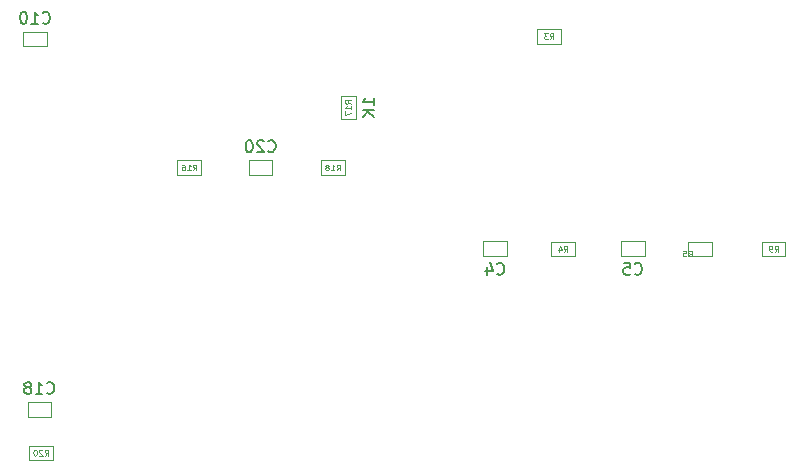
<source format=gbr>
G04 #@! TF.GenerationSoftware,KiCad,Pcbnew,(5.1.4)-1*
G04 #@! TF.CreationDate,2019-11-08T19:54:45+05:00*
G04 #@! TF.ProjectId,powerSupplyArduino,706f7765-7253-4757-9070-6c7941726475,rev?*
G04 #@! TF.SameCoordinates,Original*
G04 #@! TF.FileFunction,Other,Fab,Bot*
%FSLAX46Y46*%
G04 Gerber Fmt 4.6, Leading zero omitted, Abs format (unit mm)*
G04 Created by KiCad (PCBNEW (5.1.4)-1) date 2019-11-08 19:54:45*
%MOMM*%
%LPD*%
G04 APERTURE LIST*
%ADD10C,0.100000*%
%ADD11C,0.150000*%
%ADD12C,0.075000*%
G04 APERTURE END LIST*
D10*
X134690000Y-70194000D02*
X134690000Y-71434000D01*
X136690000Y-70194000D02*
X134690000Y-70194000D01*
X136690000Y-71434000D02*
X136690000Y-70194000D01*
X134690000Y-71434000D02*
X136690000Y-71434000D01*
X96230000Y-87480000D02*
X96230000Y-88720000D01*
X98230000Y-87480000D02*
X96230000Y-87480000D01*
X98230000Y-88720000D02*
X98230000Y-87480000D01*
X96230000Y-88720000D02*
X98230000Y-88720000D01*
X120940000Y-63344000D02*
X120940000Y-64584000D01*
X122940000Y-63344000D02*
X120940000Y-63344000D01*
X122940000Y-64584000D02*
X122940000Y-63344000D01*
X120940000Y-64584000D02*
X122940000Y-64584000D01*
X123890000Y-57860000D02*
X122650000Y-57860000D01*
X123890000Y-59860000D02*
X123890000Y-57860000D01*
X122650000Y-59860000D02*
X123890000Y-59860000D01*
X122650000Y-57860000D02*
X122650000Y-59860000D01*
X110786000Y-64584000D02*
X110786000Y-63344000D01*
X108786000Y-64584000D02*
X110786000Y-64584000D01*
X108786000Y-63344000D02*
X108786000Y-64584000D01*
X110786000Y-63344000D02*
X108786000Y-63344000D01*
X160270000Y-70224000D02*
X158270000Y-70224000D01*
X158270000Y-70224000D02*
X158270000Y-71464000D01*
X158270000Y-71464000D02*
X160270000Y-71464000D01*
X160270000Y-71464000D02*
X160270000Y-70224000D01*
X154020000Y-71464000D02*
X154020000Y-70224000D01*
X152020000Y-71464000D02*
X154020000Y-71464000D01*
X152020000Y-70224000D02*
X152020000Y-71464000D01*
X154020000Y-70224000D02*
X152020000Y-70224000D01*
X140430000Y-71464000D02*
X142430000Y-71464000D01*
X142430000Y-71464000D02*
X142430000Y-70224000D01*
X142430000Y-70224000D02*
X140430000Y-70224000D01*
X140430000Y-70224000D02*
X140430000Y-71464000D01*
X139240000Y-52230000D02*
X139240000Y-53470000D01*
X141240000Y-52230000D02*
X139240000Y-52230000D01*
X141240000Y-53470000D02*
X141240000Y-52230000D01*
X139240000Y-53470000D02*
X141240000Y-53470000D01*
X116840000Y-64554000D02*
X116840000Y-63314000D01*
X114840000Y-64554000D02*
X116840000Y-64554000D01*
X114840000Y-63314000D02*
X114840000Y-64554000D01*
X116840000Y-63314000D02*
X114840000Y-63314000D01*
X98100000Y-85030000D02*
X98100000Y-83790000D01*
X96100000Y-85030000D02*
X98100000Y-85030000D01*
X96100000Y-83790000D02*
X96100000Y-85030000D01*
X98100000Y-83790000D02*
X96100000Y-83790000D01*
X97730000Y-53680000D02*
X97730000Y-52440000D01*
X95730000Y-53680000D02*
X97730000Y-53680000D01*
X95730000Y-52440000D02*
X95730000Y-53680000D01*
X97730000Y-52440000D02*
X95730000Y-52440000D01*
X146340000Y-70194000D02*
X146340000Y-71434000D01*
X148340000Y-70194000D02*
X146340000Y-70194000D01*
X148340000Y-71434000D02*
X148340000Y-70194000D01*
X146340000Y-71434000D02*
X148340000Y-71434000D01*
D11*
X135856666Y-72921142D02*
X135904285Y-72968761D01*
X136047142Y-73016380D01*
X136142380Y-73016380D01*
X136285238Y-72968761D01*
X136380476Y-72873523D01*
X136428095Y-72778285D01*
X136475714Y-72587809D01*
X136475714Y-72444952D01*
X136428095Y-72254476D01*
X136380476Y-72159238D01*
X136285238Y-72064000D01*
X136142380Y-72016380D01*
X136047142Y-72016380D01*
X135904285Y-72064000D01*
X135856666Y-72111619D01*
X134999523Y-72349714D02*
X134999523Y-73016380D01*
X135237619Y-71968761D02*
X135475714Y-72683047D01*
X134856666Y-72683047D01*
D12*
X97551428Y-88326190D02*
X97718095Y-88088095D01*
X97837142Y-88326190D02*
X97837142Y-87826190D01*
X97646666Y-87826190D01*
X97599047Y-87850000D01*
X97575238Y-87873809D01*
X97551428Y-87921428D01*
X97551428Y-87992857D01*
X97575238Y-88040476D01*
X97599047Y-88064285D01*
X97646666Y-88088095D01*
X97837142Y-88088095D01*
X97360952Y-87873809D02*
X97337142Y-87850000D01*
X97289523Y-87826190D01*
X97170476Y-87826190D01*
X97122857Y-87850000D01*
X97099047Y-87873809D01*
X97075238Y-87921428D01*
X97075238Y-87969047D01*
X97099047Y-88040476D01*
X97384761Y-88326190D01*
X97075238Y-88326190D01*
X96765714Y-87826190D02*
X96718095Y-87826190D01*
X96670476Y-87850000D01*
X96646666Y-87873809D01*
X96622857Y-87921428D01*
X96599047Y-88016666D01*
X96599047Y-88135714D01*
X96622857Y-88230952D01*
X96646666Y-88278571D01*
X96670476Y-88302380D01*
X96718095Y-88326190D01*
X96765714Y-88326190D01*
X96813333Y-88302380D01*
X96837142Y-88278571D01*
X96860952Y-88230952D01*
X96884761Y-88135714D01*
X96884761Y-88016666D01*
X96860952Y-87921428D01*
X96837142Y-87873809D01*
X96813333Y-87850000D01*
X96765714Y-87826190D01*
X122261428Y-64190190D02*
X122428095Y-63952095D01*
X122547142Y-64190190D02*
X122547142Y-63690190D01*
X122356666Y-63690190D01*
X122309047Y-63714000D01*
X122285238Y-63737809D01*
X122261428Y-63785428D01*
X122261428Y-63856857D01*
X122285238Y-63904476D01*
X122309047Y-63928285D01*
X122356666Y-63952095D01*
X122547142Y-63952095D01*
X121785238Y-64190190D02*
X122070952Y-64190190D01*
X121928095Y-64190190D02*
X121928095Y-63690190D01*
X121975714Y-63761619D01*
X122023333Y-63809238D01*
X122070952Y-63833047D01*
X121499523Y-63904476D02*
X121547142Y-63880666D01*
X121570952Y-63856857D01*
X121594761Y-63809238D01*
X121594761Y-63785428D01*
X121570952Y-63737809D01*
X121547142Y-63714000D01*
X121499523Y-63690190D01*
X121404285Y-63690190D01*
X121356666Y-63714000D01*
X121332857Y-63737809D01*
X121309047Y-63785428D01*
X121309047Y-63809238D01*
X121332857Y-63856857D01*
X121356666Y-63880666D01*
X121404285Y-63904476D01*
X121499523Y-63904476D01*
X121547142Y-63928285D01*
X121570952Y-63952095D01*
X121594761Y-63999714D01*
X121594761Y-64094952D01*
X121570952Y-64142571D01*
X121547142Y-64166380D01*
X121499523Y-64190190D01*
X121404285Y-64190190D01*
X121356666Y-64166380D01*
X121332857Y-64142571D01*
X121309047Y-64094952D01*
X121309047Y-63999714D01*
X121332857Y-63952095D01*
X121356666Y-63928285D01*
X121404285Y-63904476D01*
D11*
X125472380Y-58645714D02*
X125472380Y-58074285D01*
X125472380Y-58360000D02*
X124472380Y-58360000D01*
X124615238Y-58264761D01*
X124710476Y-58169523D01*
X124758095Y-58074285D01*
X125472380Y-59074285D02*
X124472380Y-59074285D01*
X125472380Y-59645714D02*
X124900952Y-59217142D01*
X124472380Y-59645714D02*
X125043809Y-59074285D01*
D12*
X123496190Y-58538571D02*
X123258095Y-58371904D01*
X123496190Y-58252857D02*
X122996190Y-58252857D01*
X122996190Y-58443333D01*
X123020000Y-58490952D01*
X123043809Y-58514761D01*
X123091428Y-58538571D01*
X123162857Y-58538571D01*
X123210476Y-58514761D01*
X123234285Y-58490952D01*
X123258095Y-58443333D01*
X123258095Y-58252857D01*
X123496190Y-59014761D02*
X123496190Y-58729047D01*
X123496190Y-58871904D02*
X122996190Y-58871904D01*
X123067619Y-58824285D01*
X123115238Y-58776666D01*
X123139047Y-58729047D01*
X122996190Y-59181428D02*
X122996190Y-59514761D01*
X123496190Y-59300476D01*
X110107428Y-64190190D02*
X110274095Y-63952095D01*
X110393142Y-64190190D02*
X110393142Y-63690190D01*
X110202666Y-63690190D01*
X110155047Y-63714000D01*
X110131238Y-63737809D01*
X110107428Y-63785428D01*
X110107428Y-63856857D01*
X110131238Y-63904476D01*
X110155047Y-63928285D01*
X110202666Y-63952095D01*
X110393142Y-63952095D01*
X109631238Y-64190190D02*
X109916952Y-64190190D01*
X109774095Y-64190190D02*
X109774095Y-63690190D01*
X109821714Y-63761619D01*
X109869333Y-63809238D01*
X109916952Y-63833047D01*
X109202666Y-63690190D02*
X109297904Y-63690190D01*
X109345523Y-63714000D01*
X109369333Y-63737809D01*
X109416952Y-63809238D01*
X109440761Y-63904476D01*
X109440761Y-64094952D01*
X109416952Y-64142571D01*
X109393142Y-64166380D01*
X109345523Y-64190190D01*
X109250285Y-64190190D01*
X109202666Y-64166380D01*
X109178857Y-64142571D01*
X109155047Y-64094952D01*
X109155047Y-63975904D01*
X109178857Y-63928285D01*
X109202666Y-63904476D01*
X109250285Y-63880666D01*
X109345523Y-63880666D01*
X109393142Y-63904476D01*
X109416952Y-63928285D01*
X109440761Y-63975904D01*
X159353333Y-71070190D02*
X159520000Y-70832095D01*
X159639047Y-71070190D02*
X159639047Y-70570190D01*
X159448571Y-70570190D01*
X159400952Y-70594000D01*
X159377142Y-70617809D01*
X159353333Y-70665428D01*
X159353333Y-70736857D01*
X159377142Y-70784476D01*
X159400952Y-70808285D01*
X159448571Y-70832095D01*
X159639047Y-70832095D01*
X159115238Y-71070190D02*
X159020000Y-71070190D01*
X158972380Y-71046380D01*
X158948571Y-71022571D01*
X158900952Y-70951142D01*
X158877142Y-70855904D01*
X158877142Y-70665428D01*
X158900952Y-70617809D01*
X158924761Y-70594000D01*
X158972380Y-70570190D01*
X159067619Y-70570190D01*
X159115238Y-70594000D01*
X159139047Y-70617809D01*
X159162857Y-70665428D01*
X159162857Y-70784476D01*
X159139047Y-70832095D01*
X159115238Y-70855904D01*
X159067619Y-70879714D01*
X158972380Y-70879714D01*
X158924761Y-70855904D01*
X158900952Y-70832095D01*
X158877142Y-70784476D01*
X152053333Y-71470190D02*
X152220000Y-71232095D01*
X152339047Y-71470190D02*
X152339047Y-70970190D01*
X152148571Y-70970190D01*
X152100952Y-70994000D01*
X152077142Y-71017809D01*
X152053333Y-71065428D01*
X152053333Y-71136857D01*
X152077142Y-71184476D01*
X152100952Y-71208285D01*
X152148571Y-71232095D01*
X152339047Y-71232095D01*
X151600952Y-70970190D02*
X151839047Y-70970190D01*
X151862857Y-71208285D01*
X151839047Y-71184476D01*
X151791428Y-71160666D01*
X151672380Y-71160666D01*
X151624761Y-71184476D01*
X151600952Y-71208285D01*
X151577142Y-71255904D01*
X151577142Y-71374952D01*
X151600952Y-71422571D01*
X151624761Y-71446380D01*
X151672380Y-71470190D01*
X151791428Y-71470190D01*
X151839047Y-71446380D01*
X151862857Y-71422571D01*
X141513333Y-71070190D02*
X141680000Y-70832095D01*
X141799047Y-71070190D02*
X141799047Y-70570190D01*
X141608571Y-70570190D01*
X141560952Y-70594000D01*
X141537142Y-70617809D01*
X141513333Y-70665428D01*
X141513333Y-70736857D01*
X141537142Y-70784476D01*
X141560952Y-70808285D01*
X141608571Y-70832095D01*
X141799047Y-70832095D01*
X141084761Y-70736857D02*
X141084761Y-71070190D01*
X141203809Y-70546380D02*
X141322857Y-70903523D01*
X141013333Y-70903523D01*
X140323333Y-53076190D02*
X140490000Y-52838095D01*
X140609047Y-53076190D02*
X140609047Y-52576190D01*
X140418571Y-52576190D01*
X140370952Y-52600000D01*
X140347142Y-52623809D01*
X140323333Y-52671428D01*
X140323333Y-52742857D01*
X140347142Y-52790476D01*
X140370952Y-52814285D01*
X140418571Y-52838095D01*
X140609047Y-52838095D01*
X140156666Y-52576190D02*
X139847142Y-52576190D01*
X140013809Y-52766666D01*
X139942380Y-52766666D01*
X139894761Y-52790476D01*
X139870952Y-52814285D01*
X139847142Y-52861904D01*
X139847142Y-52980952D01*
X139870952Y-53028571D01*
X139894761Y-53052380D01*
X139942380Y-53076190D01*
X140085238Y-53076190D01*
X140132857Y-53052380D01*
X140156666Y-53028571D01*
D11*
X116482857Y-62541142D02*
X116530476Y-62588761D01*
X116673333Y-62636380D01*
X116768571Y-62636380D01*
X116911428Y-62588761D01*
X117006666Y-62493523D01*
X117054285Y-62398285D01*
X117101904Y-62207809D01*
X117101904Y-62064952D01*
X117054285Y-61874476D01*
X117006666Y-61779238D01*
X116911428Y-61684000D01*
X116768571Y-61636380D01*
X116673333Y-61636380D01*
X116530476Y-61684000D01*
X116482857Y-61731619D01*
X116101904Y-61731619D02*
X116054285Y-61684000D01*
X115959047Y-61636380D01*
X115720952Y-61636380D01*
X115625714Y-61684000D01*
X115578095Y-61731619D01*
X115530476Y-61826857D01*
X115530476Y-61922095D01*
X115578095Y-62064952D01*
X116149523Y-62636380D01*
X115530476Y-62636380D01*
X114911428Y-61636380D02*
X114816190Y-61636380D01*
X114720952Y-61684000D01*
X114673333Y-61731619D01*
X114625714Y-61826857D01*
X114578095Y-62017333D01*
X114578095Y-62255428D01*
X114625714Y-62445904D01*
X114673333Y-62541142D01*
X114720952Y-62588761D01*
X114816190Y-62636380D01*
X114911428Y-62636380D01*
X115006666Y-62588761D01*
X115054285Y-62541142D01*
X115101904Y-62445904D01*
X115149523Y-62255428D01*
X115149523Y-62017333D01*
X115101904Y-61826857D01*
X115054285Y-61731619D01*
X115006666Y-61684000D01*
X114911428Y-61636380D01*
X97742857Y-83017142D02*
X97790476Y-83064761D01*
X97933333Y-83112380D01*
X98028571Y-83112380D01*
X98171428Y-83064761D01*
X98266666Y-82969523D01*
X98314285Y-82874285D01*
X98361904Y-82683809D01*
X98361904Y-82540952D01*
X98314285Y-82350476D01*
X98266666Y-82255238D01*
X98171428Y-82160000D01*
X98028571Y-82112380D01*
X97933333Y-82112380D01*
X97790476Y-82160000D01*
X97742857Y-82207619D01*
X96790476Y-83112380D02*
X97361904Y-83112380D01*
X97076190Y-83112380D02*
X97076190Y-82112380D01*
X97171428Y-82255238D01*
X97266666Y-82350476D01*
X97361904Y-82398095D01*
X96219047Y-82540952D02*
X96314285Y-82493333D01*
X96361904Y-82445714D01*
X96409523Y-82350476D01*
X96409523Y-82302857D01*
X96361904Y-82207619D01*
X96314285Y-82160000D01*
X96219047Y-82112380D01*
X96028571Y-82112380D01*
X95933333Y-82160000D01*
X95885714Y-82207619D01*
X95838095Y-82302857D01*
X95838095Y-82350476D01*
X95885714Y-82445714D01*
X95933333Y-82493333D01*
X96028571Y-82540952D01*
X96219047Y-82540952D01*
X96314285Y-82588571D01*
X96361904Y-82636190D01*
X96409523Y-82731428D01*
X96409523Y-82921904D01*
X96361904Y-83017142D01*
X96314285Y-83064761D01*
X96219047Y-83112380D01*
X96028571Y-83112380D01*
X95933333Y-83064761D01*
X95885714Y-83017142D01*
X95838095Y-82921904D01*
X95838095Y-82731428D01*
X95885714Y-82636190D01*
X95933333Y-82588571D01*
X96028571Y-82540952D01*
X97372857Y-51667142D02*
X97420476Y-51714761D01*
X97563333Y-51762380D01*
X97658571Y-51762380D01*
X97801428Y-51714761D01*
X97896666Y-51619523D01*
X97944285Y-51524285D01*
X97991904Y-51333809D01*
X97991904Y-51190952D01*
X97944285Y-51000476D01*
X97896666Y-50905238D01*
X97801428Y-50810000D01*
X97658571Y-50762380D01*
X97563333Y-50762380D01*
X97420476Y-50810000D01*
X97372857Y-50857619D01*
X96420476Y-51762380D02*
X96991904Y-51762380D01*
X96706190Y-51762380D02*
X96706190Y-50762380D01*
X96801428Y-50905238D01*
X96896666Y-51000476D01*
X96991904Y-51048095D01*
X95801428Y-50762380D02*
X95706190Y-50762380D01*
X95610952Y-50810000D01*
X95563333Y-50857619D01*
X95515714Y-50952857D01*
X95468095Y-51143333D01*
X95468095Y-51381428D01*
X95515714Y-51571904D01*
X95563333Y-51667142D01*
X95610952Y-51714761D01*
X95706190Y-51762380D01*
X95801428Y-51762380D01*
X95896666Y-51714761D01*
X95944285Y-51667142D01*
X95991904Y-51571904D01*
X96039523Y-51381428D01*
X96039523Y-51143333D01*
X95991904Y-50952857D01*
X95944285Y-50857619D01*
X95896666Y-50810000D01*
X95801428Y-50762380D01*
X147506666Y-72921142D02*
X147554285Y-72968761D01*
X147697142Y-73016380D01*
X147792380Y-73016380D01*
X147935238Y-72968761D01*
X148030476Y-72873523D01*
X148078095Y-72778285D01*
X148125714Y-72587809D01*
X148125714Y-72444952D01*
X148078095Y-72254476D01*
X148030476Y-72159238D01*
X147935238Y-72064000D01*
X147792380Y-72016380D01*
X147697142Y-72016380D01*
X147554285Y-72064000D01*
X147506666Y-72111619D01*
X146601904Y-72016380D02*
X147078095Y-72016380D01*
X147125714Y-72492571D01*
X147078095Y-72444952D01*
X146982857Y-72397333D01*
X146744761Y-72397333D01*
X146649523Y-72444952D01*
X146601904Y-72492571D01*
X146554285Y-72587809D01*
X146554285Y-72825904D01*
X146601904Y-72921142D01*
X146649523Y-72968761D01*
X146744761Y-73016380D01*
X146982857Y-73016380D01*
X147078095Y-72968761D01*
X147125714Y-72921142D01*
M02*

</source>
